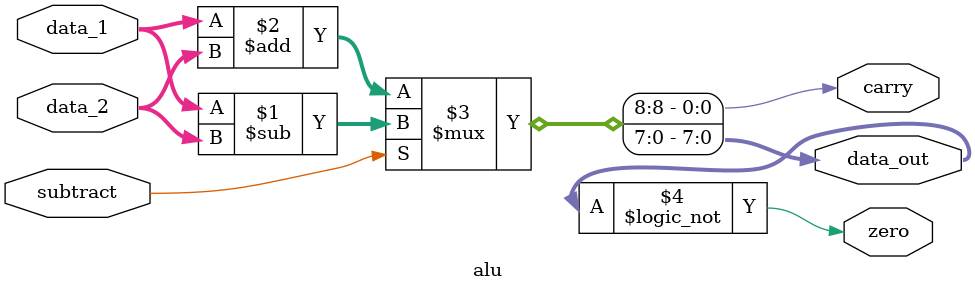
<source format=v>
module alu
  #(parameter WIDTH = 8)
   
   (
    input [WIDTH-1:0]  data_1,
    input [WIDTH-1:0]  data_2,
    input              subtract,
    output [WIDTH-1:0] data_out,
    output             carry,
    output             zero             
    );                              
   
   assign {carry, data_out} = subtract ? data_1 - data_2 : data_1 + data_2;
   assign zero = (data_out == 0);
     
endmodule

</source>
